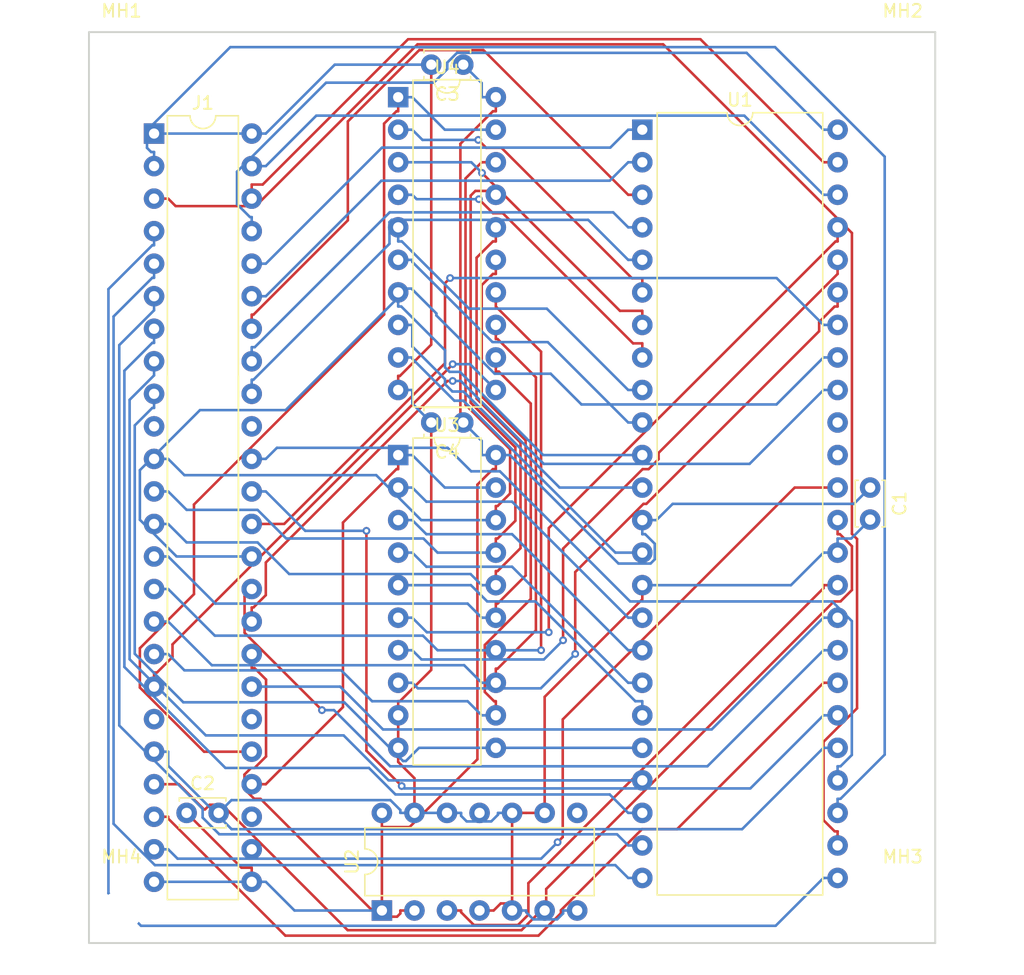
<source format=kicad_pcb>
(kicad_pcb (version 20211014) (generator pcbnew)
  (layers (0 "F.Cu" signal) (31 "B.Cu" signal) (34 "B.Paste" user) (35 "F.Paste" user) (36 "B.SilkS" user "B.Silkscreen") (37 "F.SilkS" user "F.Silkscreen") (38 "B.Mask" user) (39 "F.Mask" user) (44 "Edge.Cuts" user))
  (net 0 "")
  (net 1 "VCC")
  (net 2 "GND")
  (net 3 "/P46")
  (net 4 "/P34")
  (net 5 "/P35")
  (net 6 "/P36")
  (net 7 "Net-(U2-Pad11)")
  (net 8 "Net-(U2-Pad8)")
  (net 9 "/P33")
  (net 10 "/P32")
  (net 11 "/P31")
  (net 12 "/P30")
  (net 13 "/P55")
  (net 14 "/P37")
  (net 15 "/P54")
  (net 16 "Net-(U1-Pad45)")
  (net 17 "Net-(U1-Pad44)")
  (net 18 "Net-(U1-Pad43)")
  (net 19 "Net-(U1-Pad19)")
  (net 20 "Net-(U1-Pad18)")
  (net 21 "Net-(U1-Pad17)")
  (net 22 "Net-(U1-Pad16)")
  (net 23 "Net-(U1-Pad14)")
  (net 24 "Net-(U1-Pad12)")
  (net 25 "Net-(U1-Pad11)")
  (net 26 "Net-(U1-Pad34)")
  (net 27 "Net-(U1-Pad10)")
  (net 28 "Net-(U1-Pad9)")
  (net 29 "Net-(U1-Pad8)")
  (net 30 "Net-(U1-Pad7)")
  (net 31 "Net-(U1-Pad6)")
  (net 32 "Net-(U2-Pad6)")
  (net 33 "Net-(U3-Pad11)")
  (net 34 "/P50")
  (net 35 "/P53")
  (net 36 "Net-(J1-Pad30)")
  (net 37 "/P51")
  (net 38 "/P52")
  (net 39 "Net-(J1-Pad27)")
  (net 40 "/P47")
  (net 41 "Net-(J1-Pad26)")
  (net 42 "Net-(J1-Pad19)")
  (net 43 "/P20")
  (net 44 "/P21")
  (net 45 "/P22")
  (net 46 "/P23")
  (net 47 "/P24")
  (net 48 "/P25")
  (net 49 "Net-(J1-Pad10)")
  (net 50 "/P26")
  (net 51 "/P17")
  (net 52 "/P27")
  (net 53 "/P16")
  (net 54 "Net-(J1-Pad39)")
  (net 55 "/P15")
  (net 56 "/P40")
  (net 57 "/P14")
  (net 58 "/P41")
  (net 59 "/P13")
  (net 60 "/P42")
  (net 61 "/P12")
  (net 62 "/P43")
  (net 63 "/P11")
  (net 64 "/P44")
  (net 65 "/P10")
  (net 66 "/P45")
  (net 67 "Net-(U1-Pad39)")
  (net 68 "Net-(U1-Pad38)")
  (footprint "MountingHole:MountingHole_3.2mm_M3" (layer "F.Cu") (at 101 70)
    (fp_text reference "MH1")
    (fp_text value "MountingHole_3.2mm_M3")
  )
  (footprint "MountingHole:MountingHole_3.2mm_M3" (layer "F.Cu") (at 161.96 70)
    (fp_text reference "MH2")
    (fp_text value "MountingHole_3.2mm_M3")
  )
  (footprint "MountingHole:MountingHole_3.2mm_M3" (layer "F.Cu") (at 161.96 136.04)
    (fp_text reference "MH3")
    (fp_text value "MountingHole_3.2mm_M3")
  )
  (footprint "MountingHole:MountingHole_3.2mm_M3" (layer "F.Cu") (at 101 136.04)
    (fp_text reference "MH4")
    (fp_text value "MountingHole_3.2mm_M3")
  )
  (footprint "Capacitor_THT:C_Disc_D3.4mm_W2.1mm_P2.50mm" (layer "F.Cu") (at 159.42 103.02 -90)
    (fp_text reference "C1")
    (fp_text value "0.1u")
  )
  (footprint "Capacitor_THT:C_Disc_D3.4mm_W2.1mm_P2.50mm" (layer "F.Cu") (at 127.67 70 180)
    (fp_text reference "C3")
    (fp_text value "0.1u")
  )
  (footprint "Package_DIP:DIP-14_W7.62mm" (layer "F.Cu") (at 121.32 136.04 90)
    (fp_text reference "U2")
    (fp_text value "74HCT126")
  )
  (footprint "Package_DIP:DIP-20_W7.62mm" (layer "F.Cu") (at 122.59 72.54)
    (fp_text reference "U4")
    (fp_text value "74HCT541")
  )
  (footprint "Package_DIP:DIP-20_W7.62mm" (layer "F.Cu") (at 122.59 100.48)
    (fp_text reference "U3")
    (fp_text value "74HCT541")
  )
  (footprint "Capacitor_THT:C_Disc_D3.4mm_W2.1mm_P2.50mm" (layer "F.Cu") (at 127.67 97.94 180)
    (fp_text reference "C4")
    (fp_text value "0.1u")
  )
  (footprint "Capacitor_THT:C_Disc_D3.4mm_W2.1mm_P2.50mm" (layer "F.Cu") (at 106.08 128.42)
    (fp_text reference "C2")
    (fp_text value "0.1u")
  )
  (footprint "0-LocalLibrary:DIP-48_W7.62mm" (layer "F.Cu") (at 103.54 75.38)
    (fp_text reference "J1")
    (fp_text value "BionicConnector")
  )
  (footprint "Package_DIP:DIP-48_W15.24mm" (layer "F.Cu") (at 141.64 75.08)
    (fp_text reference "U1")
    (fp_text value "MC68008P")
  )
  (gr_line (start 98.46 138.58) (end 98.46 67.46) (layer "Edge.Cuts") (width 0.15))
  (gr_line (start 164.5 67.46) (end 164.5 138.58) (layer "Edge.Cuts") (width 0.15))
  (gr_line (start 98.46 67.46) (end 164.5 67.46) (layer "Edge.Cuts") (width 0.15))
  (gr_line (start 164.5 138.58) (end 98.46 138.58) (layer "Edge.Cuts") (width 0.15))
  (segment (start 130.21 73.6403) (end 129.982 73.6403) (width 0.2) (layer "F.Cu") (net 1))
  (segment (start 111.16 132.6997) (end 110.3597 132.6997) (width 0.2) (layer "F.Cu") (net 1))
  (segment (start 129.982 101.5803) (end 130.21 101.5803) (width 0.2) (layer "F.Cu") (net 1))
  (segment (start 121.32 129.528) (end 123.4765 129.528) (width 0.2) (layer "F.Cu") (net 1))
  (segment (start 111.16 133.8) (end 111.16 132.6997) (width 0.2) (layer "F.Cu") (net 1))
  (segment (start 127.4445 97.7145) (end 127.67 97.94) (width 0.2) (layer "F.Cu") (net 1))
  (segment (start 110.3597 132.6997) (end 106.08 128.42) (width 0.2) (layer "F.Cu") (net 1))
  (segment (start 129.982 73.6403) (end 127.4445 76.1778) (width 0.2) (layer "F.Cu") (net 1))
  (segment (start 121.32 136.04) (end 121.32 129.528) (width 0.2) (layer "F.Cu") (net 1))
  (segment (start 128.7723 124.2322) (end 128.7723 102.79) (width 0.2) (layer "F.Cu") (net 1))
  (segment (start 128.7723 102.79) (end 129.982 101.5803) (width 0.2) (layer "F.Cu") (net 1))
  (segment (start 121.32 129.528) (end 121.32 128.42) (width 0.2) (layer "F.Cu") (net 1))
  (segment (start 130.21 72.54) (end 130.21 73.6403) (width 0.2) (layer "F.Cu") (net 1))
  (segment (start 130.21 100.48) (end 130.21 101.5803) (width 0.2) (layer "F.Cu") (net 1))
  (segment (start 127.4445 76.1778) (end 127.4445 97.7145) (width 0.2) (layer "F.Cu") (net 1))
  (segment (start 123.4765 129.528) (end 128.7723 124.2322) (width 0.2) (layer "F.Cu") (net 1))
  (segment (start 144.0103 104.29) (end 142.7403 105.56) (width 0.2) (layer "B.Cu") (net 1))
  (segment (start 129.6599 100.48) (end 129.1097 100.48) (width 0.2) (layer "B.Cu") (net 1))
  (segment (start 121.32 136.04) (end 114.5003 136.04) (width 0.2) (layer "B.Cu") (net 1))
  (segment (start 158.15 104.29) (end 144.0103 104.29) (width 0.2) (layer "B.Cu") (net 1))
  (segment (start 130.21 72.54) (end 129.1097 72.54) (width 0.2) (layer "B.Cu") (net 1))
  (segment (start 111.16 133.8) (end 103.54 133.8) (width 0.2) (layer "B.Cu") (net 1))
  (segment (start 141.64 105.56) (end 141.64 106.6603) (width 0.2) (layer "B.Cu") (net 1))
  (segment (start 139.7835 108.9532) (end 142.2836 108.9532) (width 0.2) (layer "B.Cu") (net 1))
  (segment (start 129.1097 99.3797) (end 127.67 97.94) (width 0.2) (layer "B.Cu") (net 1))
  (segment (start 142.2836 108.9532) (end 142.6131 108.6237) (width 0.2) (layer "B.Cu") (net 1))
  (segment (start 141.64 105.56) (end 142.7403 105.56) (width 0.2) (layer "B.Cu") (net 1))
  (segment (start 129.6599 100.48) (end 130.21 100.48) (width 0.2) (layer "B.Cu") (net 1))
  (segment (start 142.6131 107.4054) (end 141.868 106.6603) (width 0.2) (layer "B.Cu") (net 1))
  (segment (start 130.21 100.48) (end 131.3103 100.48) (width 0.2) (layer "B.Cu") (net 1))
  (segment (start 142.6131 108.6237) (end 142.6131 107.4054) (width 0.2) (layer "B.Cu") (net 1))
  (segment (start 141.868 106.6603) (end 141.64 106.6603) (width 0.2) (layer "B.Cu") (net 1))
  (segment (start 129.1097 71.4397) (end 127.67 70) (width 0.2) (layer "B.Cu") (net 1))
  (segment (start 129.1097 72.54) (end 129.1097 71.4397) (width 0.2) (layer "B.Cu") (net 1))
  (segment (start 159.42 103.02) (end 158.15 104.29) (width 0.2) (layer "B.Cu") (net 1))
  (segment (start 131.3103 100.48) (end 139.7835 108.9532) (width 0.2) (layer "B.Cu") (net 1))
  (segment (start 129.1097 100.48) (end 129.1097 99.3797) (width 0.2) (layer "B.Cu") (net 1))
  (segment (start 111.16 133.8) (end 112.2603 133.8) (width 0.2) (layer "B.Cu") (net 1))
  (segment (start 114.5003 136.04) (end 112.2603 133.8) (width 0.2) (layer "B.Cu") (net 1))
  (segment (start 131.48 135.4898) (end 131.48 134.9397) (width 0.2) (layer "F.Cu") (net 2))
  (segment (start 134.02 128.42) (end 132.5803 128.42) (width 0.2) (layer "F.Cu") (net 2))
  (segment (start 131.48 128.42) (end 131.48 129.5203) (width 0.2) (layer "F.Cu") (net 2))
  (segment (start 141.64 111.7403) (end 134.02 119.3603) (width 0.2) (layer "F.Cu") (net 2))
  (segment (start 122.59 94.2997) (end 122.7275 94.2997) (width 0.2) (layer "F.Cu") (net 2))
  (segment (start 122.7275 119.6997) (end 125.17 117.2572) (width 0.2) (layer "F.Cu") (net 2))
  (segment (start 122.59 119.6997) (end 122.7275 119.6997) (width 0.2) (layer "F.Cu") (net 2))
  (segment (start 131.48 136.04) (end 131.48 135.4898) (width 0.2) (layer "F.Cu") (net 2))
  (segment (start 123.86 128.42) (end 123.86 125.7103) (width 0.2) (layer "F.Cu") (net 2))
  (segment (start 131.48 135.4898) (end 130.5905 135.4898) (width 0.2) (layer "F.Cu") (net 2))
  (segment (start 141.64 110.64) (end 141.64 111.7403) (width 0.2) (layer "F.Cu") (net 2))
  (segment (start 131.48 128.42) (end 132.5803 128.42) (width 0.2) (layer "F.Cu") (net 2))
  (segment (start 122.59 120.8) (end 122.59 119.6997) (width 0.2) (layer "F.Cu") (net 2))
  (segment (start 123.86 125.7103) (end 122.59 124.4403) (width 0.2) (layer "F.Cu") (net 2))
  (segment (start 122.59 123.34) (end 122.59 120.8) (width 0.2) (layer "F.Cu") (net 2))
  (segment (start 131.48 129.5203) (end 131.48 134.9397) (width 0.2) (layer "F.Cu") (net 2))
  (segment (start 122.7275 94.2997) (end 125.17 91.8572) (width 0.2) (layer "F.Cu") (net 2))
  (segment (start 134.02 119.3603) (end 134.02 128.42) (width 0.2) (layer "F.Cu") (net 2))
  (segment (start 125.17 91.8572) (end 125.17 70) (width 0.2) (layer "F.Cu") (net 2))
  (segment (start 128.94 136.04) (end 130.0403 136.04) (width 0.2) (layer "F.Cu") (net 2))
  (segment (start 122.59 95.4) (end 122.59 94.2997) (width 0.2) (layer "F.Cu") (net 2))
  (segment (start 130.5905 135.4898) (end 130.0403 136.04) (width 0.2) (layer "F.Cu") (net 2))
  (segment (start 122.59 123.34) (end 122.59 124.4403) (width 0.2) (layer "F.Cu") (net 2))
  (segment (start 125.17 117.2572) (end 125.17 97.94) (width 0.2) (layer "F.Cu") (net 2))
  (segment (start 122.59 95.4) (end 123.6903 95.4) (width 0.2) (layer "B.Cu") (net 2))
  (segment (start 109.5772 127.4228) (end 108.58 128.42) (width 0.2) (layer "B.Cu") (net 2))
  (segment (start 153.2397 110.64) (end 155.7797 108.1) (width 0.2) (layer "B.Cu") (net 2))
  (segment (start 156.88 108.1) (end 156.88 106.9997) (width 0.2) (layer "B.Cu") (net 2))
  (segment (start 112.2603 75.38) (end 117.6403 70) (width 0.2) (layer "B.Cu") (net 2))
  (segment (start 157.9403 106.9997) (end 156.88 106.9997) (width 0.2) (layer "B.Cu") (net 2))
  (segment (start 131.48 128.42) (end 130.3797 128.42) (width 0.2) (layer "B.Cu") (net 2))
  (segment (start 126.4 128.42) (end 127.5003 128.42) (width 0.2) (layer "B.Cu") (net 2))
  (segment (start 131.48 136.04) (end 132.5803 136.04) (width 0.2) (layer "B.Cu") (net 2))
  (segment (start 103.54 75.38) (end 111.16 75.38) (width 0.2) (layer "B.Cu") (net 2))
  (segment (start 129.8525 129.0847) (end 127.937 129.0847) (width 0.2) (layer "B.Cu") (net 2))
  (segment (start 132.5803 136.1775) (end 133.1357 136.7329) (width 0.2) (layer "B.Cu") (net 2))
  (segment (start 122.7597 128.42) (end 122.7597 128.1964) (width 0.2) (layer "B.Cu") (net 2))
  (segment (start 141.64 110.64) (end 153.2397 110.64) (width 0.2) (layer "B.Cu") (net 2))
  (segment (start 134.9948 136.7329) (end 135.4597 136.268) (width 0.2) (layer "B.Cu") (net 2))
  (segment (start 123.6903 96.4603) (end 123.6903 95.4) (width 0.2) (layer "B.Cu") (net 2))
  (segment (start 111.16 75.38) (end 112.2603 75.38) (width 0.2) (layer "B.Cu") (net 2))
  (segment (start 159.42 105.52) (end 157.9403 106.9997) (width 0.2) (layer "B.Cu") (net 2))
  (segment (start 125.17 97.94) (end 123.6903 96.4603) (width 0.2) (layer "B.Cu") (net 2))
  (segment (start 122.7597 128.1964) (end 121.9861 127.4228) (width 0.2) (layer "B.Cu") (net 2))
  (segment (start 123.86 128.42) (end 122.7597 128.42) (width 0.2) (layer "B.Cu") (net 2))
  (segment (start 121.9861 127.4228) (end 109.5772 127.4228) (width 0.2) (layer "B.Cu") (net 2))
  (segment (start 126.4 128.42) (end 123.86 128.42) (width 0.2) (layer "B.Cu") (net 2))
  (segment (start 156.88 108.1) (end 155.7797 108.1) (width 0.2) (layer "B.Cu") (net 2))
  (segment (start 136.56 136.04) (end 135.4597 136.04) (width 0.2) (layer "B.Cu") (net 2))
  (segment (start 132.5803 136.04) (end 132.5803 136.1775) (width 0.2) (layer "B.Cu") (net 2))
  (segment (start 135.4597 136.268) (end 135.4597 136.04) (width 0.2) (layer "B.Cu") (net 2))
  (segment (start 117.6403 70) (end 125.17 70) (width 0.2) (layer "B.Cu") (net 2))
  (segment (start 127.937 129.0847) (end 127.5003 128.648) (width 0.2) (layer "B.Cu") (net 2))
  (segment (start 130.3797 128.5575) (end 129.8525 129.0847) (width 0.2) (layer "B.Cu") (net 2))
  (segment (start 127.5003 128.648) (end 127.5003 128.42) (width 0.2) (layer "B.Cu") (net 2))
  (segment (start 130.3797 128.42) (end 130.3797 128.5575) (width 0.2) (layer "B.Cu") (net 2))
  (segment (start 133.1357 136.7329) (end 134.9948 136.7329) (width 0.2) (layer "B.Cu") (net 2))
  (segment (start 122.7597 136.268) (end 122.5063 136.5214) (width 0.2) (layer "F.Cu") (net 3))
  (segment (start 122.5063 136.5214) (end 121.0465 136.5214) (width 0.2) (layer "F.Cu") (net 3))
  (segment (start 111.388 117.1203) (end 111.16 117.1203) (width 0.2) (layer "F.Cu") (net 3))
  (segment (start 112.2793 118.0116) (end 111.388 117.1203) (width 0.2) (layer "F.Cu") (net 3))
  (segment (start 111.356 127.3196) (end 110.5954 126.559) (width 0.2) (layer "F.Cu") (net 3))
  (segment (start 110.5954 125.425) (end 111.1104 124.91) (width 0.2) (layer "F.Cu") (net 3))
  (segment (start 110.5954 126.559) (end 110.5954 125.425) (width 0.2) (layer "F.Cu") (net 3))
  (segment (start 123.86 136.04) (end 122.7597 136.04) (width 0.2) (layer "F.Cu") (net 3))
  (segment (start 121.0465 136.5214) (end 111.8447 127.3196) (width 0.2) (layer "F.Cu") (net 3))
  (segment (start 111.16 116.02) (end 111.16 117.1203) (width 0.2) (layer "F.Cu") (net 3))
  (segment (start 111.8447 127.3196) (end 111.356 127.3196) (width 0.2) (layer "F.Cu") (net 3))
  (segment (start 111.1104 124.91) (end 111.3827 124.91) (width 0.2) (layer "F.Cu") (net 3))
  (segment (start 111.3827 124.91) (end 112.2793 124.0134) (width 0.2) (layer "F.Cu") (net 3))
  (segment (start 122.7597 136.04) (end 122.7597 136.268) (width 0.2) (layer "F.Cu") (net 3))
  (segment (start 112.2793 124.0134) (end 112.2793 118.0116) (width 0.2) (layer "F.Cu") (net 3))
  (segment (start 130.21 87.78) (end 130.21 88.8803) (width 0.2) (layer "F.Cu") (net 4))
  (segment (start 130.21 88.8803) (end 133.7411 92.4114) (width 0.2) (layer "F.Cu") (net 4))
  (segment (start 133.7411 92.4114) (end 133.7411 115.72) (width 0.2) (layer "F.Cu") (net 4))
  (via (at 133.7411 115.72) (size 0.6) (drill 0.3) (layers "F.Cu" "B.Cu") (net 4))
  (segment (start 130.21 115.72) (end 133.7411 115.72) (width 0.2) (layer "B.Cu") (net 4))
  (segment (start 103.54 110.94) (end 104.6403 110.94) (width 0.2) (layer "B.Cu") (net 4))
  (segment (start 104.6403 110.94) (end 108.2808 114.5805) (width 0.2) (layer "B.Cu") (net 4))
  (segment (start 108.2808 114.5805) (end 124.5245 114.5805) (width 0.2) (layer "B.Cu") (net 4))
  (segment (start 124.5245 114.5805) (end 125.664 115.72) (width 0.2) (layer "B.Cu") (net 4))
  (segment (start 125.664 115.72) (end 130.21 115.72) (width 0.2) (layer "B.Cu") (net 4))
  (segment (start 130.21 117.1597) (end 130.3475 117.1597) (width 0.2) (layer "F.Cu") (net 5))
  (segment (start 133.3369 114.1703) (end 133.3369 94.4097) (width 0.2) (layer "F.Cu") (net 5))
  (segment (start 130.21 118.26) (end 130.21 117.1597) (width 0.2) (layer "F.Cu") (net 5))
  (segment (start 130.21 90.32) (end 130.21 91.4203) (width 0.2) (layer "F.Cu") (net 5))
  (segment (start 130.3475 91.4203) (end 130.21 91.4203) (width 0.2) (layer "F.Cu") (net 5))
  (segment (start 130.3475 117.1597) (end 133.3369 114.1703) (width 0.2) (layer "F.Cu") (net 5))
  (segment (start 133.3369 94.4097) (end 130.3475 91.4203) (width 0.2) (layer "F.Cu") (net 5))
  (segment (start 103.54 113.48) (end 104.6403 113.48) (width 0.2) (layer "B.Cu") (net 5))
  (segment (start 129.1097 118.26) (end 127.7393 116.8896) (width 0.2) (layer "B.Cu") (net 5))
  (segment (start 108.0499 116.8896) (end 104.6403 113.48) (width 0.2) (layer "B.Cu") (net 5))
  (segment (start 130.21 118.26) (end 129.1097 118.26) (width 0.2) (layer "B.Cu") (net 5))
  (segment (start 127.7393 116.8896) (end 108.0499 116.8896) (width 0.2) (layer "B.Cu") (net 5))
  (segment (start 130.21 92.86) (end 130.21 93.9603) (width 0.2) (layer "F.Cu") (net 6))
  (segment (start 129.3472 115.3088) (end 132.9366 111.7194) (width 0.2) (layer "F.Cu") (net 6))
  (segment (start 130.0725 119.6997) (end 129.3472 118.9744) (width 0.2) (layer "F.Cu") (net 6))
  (segment (start 129.3472 118.9744) (end 129.3472 115.3088) (width 0.2) (layer "F.Cu") (net 6))
  (segment (start 132.9366 111.7194) (end 132.9366 96.4589) (width 0.2) (layer "F.Cu") (net 6))
  (segment (start 132.9366 96.4589) (end 130.438 93.9603) (width 0.2) (layer "F.Cu") (net 6))
  (segment (start 130.438 93.9603) (end 130.21 93.9603) (width 0.2) (layer "F.Cu") (net 6))
  (segment (start 130.21 120.8) (end 130.21 119.6997) (width 0.2) (layer "F.Cu") (net 6))
  (segment (start 130.21 119.6997) (end 130.0725 119.6997) (width 0.2) (layer "F.Cu") (net 6))
  (segment (start 120.5549 119.6997) (end 128.0094 119.6997) (width 0.2) (layer "B.Cu") (net 6))
  (segment (start 105.9103 117.29) (end 118.1452 117.29) (width 0.2) (layer "B.Cu") (net 6))
  (segment (start 103.54 116.02) (end 104.6403 116.02) (width 0.2) (layer "B.Cu") (net 6))
  (segment (start 118.1452 117.29) (end 120.5549 119.6997) (width 0.2) (layer "B.Cu") (net 6))
  (segment (start 128.0094 119.6997) (end 129.1097 120.8) (width 0.2) (layer "B.Cu") (net 6))
  (segment (start 104.6403 116.02) (end 105.9103 117.29) (width 0.2) (layer "B.Cu") (net 6))
  (segment (start 130.21 120.8) (end 129.1097 120.8) (width 0.2) (layer "B.Cu") (net 6))
  (segment (start 130.3477 112.0797) (end 132.5363 109.8911) (width 0.2) (layer "F.Cu") (net 9))
  (segment (start 129.1085 87.2138) (end 129.982 86.3403) (width 0.2) (layer "F.Cu") (net 9))
  (segment (start 132.5363 99.3341) (end 129.1085 95.9063) (width 0.2) (layer "F.Cu") (net 9))
  (segment (start 130.21 85.24) (end 130.21 86.3403) (width 0.2) (layer "F.Cu") (net 9))
  (segment (start 130.21 112.0797) (end 130.3477 112.0797) (width 0.2) (layer "F.Cu") (net 9))
  (segment (start 129.982 86.3403) (end 130.21 86.3403) (width 0.2) (layer "F.Cu") (net 9))
  (segment (start 132.5363 109.8911) (end 132.5363 99.3341) (width 0.2) (layer "F.Cu") (net 9))
  (segment (start 129.1085 95.9063) (end 129.1085 87.2138) (width 0.2) (layer "F.Cu") (net 9))
  (segment (start 130.21 113.18) (end 130.21 112.0797) (width 0.2) (layer "F.Cu") (net 9))
  (segment (start 130.21 113.18) (end 129.1097 113.18) (width 0.2) (layer "B.Cu") (net 9))
  (segment (start 129.1097 113.18) (end 128.0094 112.0797) (width 0.2) (layer "B.Cu") (net 9))
  (segment (start 103.54 108.4) (end 104.6403 108.4) (width 0.2) (layer "B.Cu") (net 9))
  (segment (start 108.32 112.0797) (end 104.6403 108.4) (width 0.2) (layer "B.Cu") (net 9))
  (segment (start 128.0094 112.0797) (end 108.32 112.0797) (width 0.2) (layer "B.Cu") (net 9))
  (segment (start 130.21 82.7) (end 130.21 83.8003) (width 0.2) (layer "F.Cu") (net 10))
  (segment (start 129.982 83.8003) (end 130.21 83.8003) (width 0.2) (layer "F.Cu") (net 10))
  (segment (start 132.136 107.7514) (end 132.136 99.5) (width 0.2) (layer "F.Cu") (net 10))
  (segment (start 132.136 99.5) (end 128.7082 96.0722) (width 0.2) (layer "F.Cu") (net 10))
  (segment (start 130.21 110.64) (end 130.21 109.5397) (width 0.2) (layer "F.Cu") (net 10))
  (segment (start 128.7082 85.0741) (end 129.982 83.8003) (width 0.2) (layer "F.Cu") (net 10))
  (segment (start 128.7082 96.0722) (end 128.7082 85.0741) (width 0.2) (layer "F.Cu") (net 10))
  (segment (start 130.21 109.5397) (end 130.3477 109.5397) (width 0.2) (layer "F.Cu") (net 10))
  (segment (start 130.3477 109.5397) (end 132.136 107.7514) (width 0.2) (layer "F.Cu") (net 10))
  (segment (start 111.616 107.2997) (end 106.08 107.2997) (width 0.2) (layer "B.Cu") (net 10))
  (segment (start 129.1097 110.64) (end 128.2399 109.7702) (width 0.2) (layer "B.Cu") (net 10))
  (segment (start 114.0865 109.7702) (end 111.616 107.2997) (width 0.2) (layer "B.Cu") (net 10))
  (segment (start 128.2399 109.7702) (end 114.0865 109.7702) (width 0.2) (layer "B.Cu") (net 10))
  (segment (start 130.21 110.64) (end 129.1097 110.64) (width 0.2) (layer "B.Cu") (net 10))
  (segment (start 103.54 105.86) (end 104.6403 105.86) (width 0.2) (layer "B.Cu") (net 10))
  (segment (start 106.08 107.2997) (end 104.6403 105.86) (width 0.2) (layer "B.Cu") (net 10))
  (segment (start 128.2451 80.2269) (end 128.6142 79.8578) (width 0.2) (layer "F.Cu") (net 11))
  (segment (start 131.7357 105.6117) (end 131.7357 99.8781) (width 0.2) (layer "F.Cu") (net 11))
  (segment (start 129.9078 79.8578) (end 130.21 80.16) (width 0.2) (layer "F.Cu") (net 11))
  (segment (start 131.7357 99.8781) (end 128.2451 96.3875) (width 0.2) (layer "F.Cu") (net 11))
  (segment (start 130.21 106.9997) (end 130.3477 106.9997) (width 0.2) (layer "F.Cu") (net 11))
  (segment (start 130.3477 106.9997) (end 131.7357 105.6117) (width 0.2) (layer "F.Cu") (net 11))
  (segment (start 128.2451 96.3875) (end 128.2451 80.2269) (width 0.2) (layer "F.Cu") (net 11))
  (segment (start 130.21 108.1) (end 130.21 106.9997) (width 0.2) (layer "F.Cu") (net 11))
  (segment (start 128.6142 79.8578) (end 129.9078 79.8578) (width 0.2) (layer "F.Cu") (net 11))
  (segment (start 124.5596 106.9956) (end 125.664 108.1) (width 0.2) (layer "B.Cu") (net 11))
  (segment (start 106.08 104.7597) (end 111.6158 104.7597) (width 0.2) (layer "B.Cu") (net 11))
  (segment (start 125.664 108.1) (end 130.21 108.1) (width 0.2) (layer "B.Cu") (net 11))
  (segment (start 104.6403 103.32) (end 106.08 104.7597) (width 0.2) (layer "B.Cu") (net 11))
  (segment (start 113.8517 106.9956) (end 124.5596 106.9956) (width 0.2) (layer "B.Cu") (net 11))
  (segment (start 111.6158 104.7597) (end 113.8517 106.9956) (width 0.2) (layer "B.Cu") (net 11))
  (segment (start 103.54 103.32) (end 104.6403 103.32) (width 0.2) (layer "B.Cu") (net 11))
  (segment (start 131.3236 100.0321) (end 131.3236 103.4836) (width 0.2) (layer "F.Cu") (net 12))
  (segment (start 131.3236 103.4836) (end 130.3475 104.4597) (width 0.2) (layer "F.Cu") (net 12))
  (segment (start 130.21 77.62) (end 129.1097 77.62) (width 0.2) (layer "F.Cu") (net 12))
  (segment (start 127.8448 78.8849) (end 127.8448 96.5533) (width 0.2) (layer "F.Cu") (net 12))
  (segment (start 127.8448 96.5533) (end 131.3236 100.0321) (width 0.2) (layer "F.Cu") (net 12))
  (segment (start 130.21 105.56) (end 130.21 104.4597) (width 0.2) (layer "F.Cu") (net 12))
  (segment (start 130.3475 104.4597) (end 130.21 104.4597) (width 0.2) (layer "F.Cu") (net 12))
  (segment (start 129.1097 77.62) (end 127.8448 78.8849) (width 0.2) (layer "F.Cu") (net 12))
  (segment (start 120.8802 102.05) (end 105.9103 102.05) (width 0.2) (layer "B.Cu") (net 12))
  (segment (start 130.21 105.56) (end 124.3902 105.56) (width 0.2) (layer "B.Cu") (net 12))
  (segment (start 124.3902 105.56) (end 120.8802 102.05) (width 0.2) (layer "B.Cu") (net 12))
  (segment (start 103.54 100.78) (end 104.6403 100.78) (width 0.2) (layer "B.Cu") (net 12))
  (segment (start 105.9103 102.05) (end 104.6403 100.78) (width 0.2) (layer "B.Cu") (net 12))
  (segment (start 118.2806 120.1597) (end 112.2603 126.18) (width 0.2) (layer "F.Cu") (net 13))
  (segment (start 118.2806 105.7522) (end 118.2806 120.1597) (width 0.2) (layer "F.Cu") (net 13))
  (segment (start 122.4525 101.5803) (end 118.2806 105.7522) (width 0.2) (layer "F.Cu") (net 13))
  (segment (start 111.16 126.18) (end 112.2603 126.18) (width 0.2) (layer "F.Cu") (net 13))
  (segment (start 122.59 100.48) (end 122.59 101.5803) (width 0.2) (layer "F.Cu") (net 13))
  (segment (start 122.59 101.5803) (end 122.4525 101.5803) (width 0.2) (layer "F.Cu") (net 13))
  (segment (start 126.2303 103.02) (end 130.21 103.02) (width 0.2) (layer "B.Cu") (net 13))
  (segment (start 123.6903 100.48) (end 126.2303 103.02) (width 0.2) (layer "B.Cu") (net 13))
  (segment (start 122.59 100.48) (end 123.6903 100.48) (width 0.2) (layer "B.Cu") (net 13))
  (segment (start 103.768 117.4597) (end 104.9796 116.2481) (width 0.2) (layer "F.Cu") (net 14))
  (segment (start 104.9796 116.2481) (end 104.9796 115.2613) (width 0.2) (layer "F.Cu") (net 14))
  (segment (start 103.54 117.4597) (end 103.768 117.4597) (width 0.2) (layer "F.Cu") (net 14))
  (segment (start 103.54 118.56) (end 103.54 117.4597) (width 0.2) (layer "F.Cu") (net 14))
  (segment (start 126.8441 93.3968) (end 126.8441 93.3835) (width 0.2) (layer "F.Cu") (net 14))
  (segment (start 104.9796 115.2613) (end 126.8441 93.3968) (width 0.2) (layer "F.Cu") (net 14))
  (via (at 126.8441 93.3835) (size 0.6) (drill 0.3) (layers "F.Cu" "B.Cu") (net 14))
  (segment (start 130.21 95.4) (end 128.1935 93.3835) (width 0.2) (layer "B.Cu") (net 14))
  (segment (start 128.1935 93.3835) (end 126.8441 93.3835) (width 0.2) (layer "B.Cu") (net 14))
  (segment (start 106.6547 104.3428) (end 106.6547 111.3417) (width 0.2) (layer "F.Cu") (net 15))
  (segment (start 102.4321 115.5643) (end 102.4321 118.6329) (width 0.2) (layer "F.Cu") (net 15))
  (segment (start 121.4897 74.6029) (end 121.4897 89.5078) (width 0.2) (layer "F.Cu") (net 15))
  (segment (start 122.59 72.54) (end 122.59 73.6403) (width 0.2) (layer "F.Cu") (net 15))
  (segment (start 122.59 73.6403) (end 122.4523 73.6403) (width 0.2) (layer "F.Cu") (net 15))
  (segment (start 102.4321 118.6329) (end 107.4392 123.64) (width 0.2) (layer "F.Cu") (net 15))
  (segment (start 111.16 123.64) (end 110.0597 123.64) (width 0.2) (layer "F.Cu") (net 15))
  (segment (start 107.4392 123.64) (end 110.0597 123.64) (width 0.2) (layer "F.Cu") (net 15))
  (segment (start 122.4523 73.6403) (end 121.4897 74.6029) (width 0.2) (layer "F.Cu") (net 15))
  (segment (start 106.6547 111.3417) (end 102.4321 115.5643) (width 0.2) (layer "F.Cu") (net 15))
  (segment (start 121.4897 89.5078) (end 106.6547 104.3428) (width 0.2) (layer "F.Cu") (net 15))
  (segment (start 122.59 72.54) (end 123.6903 72.54) (width 0.2) (layer "B.Cu") (net 15))
  (segment (start 126.2303 75.08) (end 130.21 75.08) (width 0.2) (layer "B.Cu") (net 15))
  (segment (start 123.6903 72.54) (end 126.2303 75.08) (width 0.2) (layer "B.Cu") (net 15))
  (segment (start 134.3414 106.1811) (end 134.3414 114.3161) (width 0.2) (layer "F.Cu") (net 16))
  (segment (start 156.88 82.7) (end 156.88 83.8003) (width 0.2) (layer "F.Cu") (net 16))
  (segment (start 156.7222 83.8003) (end 134.3414 106.1811) (width 0.2) (layer "F.Cu") (net 16))
  (segment (start 156.88 83.8003) (end 156.7222 83.8003) (width 0.2) (layer "F.Cu") (net 16))
  (via (at 134.3414 114.3161) (size 0.6) (drill 0.3) (layers "F.Cu" "B.Cu") (net 16))
  (segment (start 122.59 113.18) (end 123.6903 113.18) (width 0.2) (layer "B.Cu") (net 16))
  (segment (start 123.6903 113.18) (end 124.8264 114.3161) (width 0.2) (layer "B.Cu") (net 16))
  (segment (start 124.8264 114.3161) (end 134.3414 114.3161) (width 0.2) (layer "B.Cu") (net 16))
  (segment (start 142.91 100.8005) (end 142.91 100.3103) (width 0.2) (layer "F.Cu") (net 17))
  (segment (start 141.6634 101.5804) (end 142.1301 101.5804) (width 0.2) (layer "F.Cu") (net 17))
  (segment (start 142.91 100.3103) (end 156.88 86.3403) (width 0.2) (layer "F.Cu") (net 17))
  (segment (start 156.88 85.24) (end 156.88 86.3403) (width 0.2) (layer "F.Cu") (net 17))
  (segment (start 135.4587 107.7851) (end 141.6634 101.5804) (width 0.2) (layer "F.Cu") (net 17))
  (segment (start 135.4587 114.9421) (end 135.4587 107.7851) (width 0.2) (layer "F.Cu") (net 17))
  (segment (start 142.1301 101.5804) (end 142.91 100.8005) (width 0.2) (layer "F.Cu") (net 17))
  (via (at 135.4587 114.9421) (size 0.6) (drill 0.3) (layers "F.Cu" "B.Cu") (net 17))
  (segment (start 135.4587 114.9421) (end 133.9589 116.4419) (width 0.2) (layer "B.Cu") (net 17))
  (segment (start 122.59 115.72) (end 123.6903 115.72) (width 0.2) (layer "B.Cu") (net 17))
  (segment (start 124.4122 116.4419) (end 123.6903 115.72) (width 0.2) (layer "B.Cu") (net 17))
  (segment (start 133.9589 116.4419) (end 124.4122 116.4419) (width 0.2) (layer "B.Cu") (net 17))
  (segment (start 136.4051 116.0085) (end 136.4051 109.6178) (width 0.2) (layer "F.Cu") (net 18))
  (segment (start 155.4404 90.0919) (end 156.652 88.8803) (width 0.2) (layer "F.Cu") (net 18))
  (segment (start 136.4051 109.6178) (end 141.7329 104.29) (width 0.2) (layer "F.Cu") (net 18))
  (segment (start 156.88 87.78) (end 156.88 88.8803) (width 0.2) (layer "F.Cu") (net 18))
  (segment (start 156.652 88.8803) (end 156.88 88.8803) (width 0.2) (layer "F.Cu") (net 18))
  (segment (start 141.7329 104.29) (end 141.9604 104.29) (width 0.2) (layer "F.Cu") (net 18))
  (segment (start 155.4404 90.81) (end 155.4404 90.0919) (width 0.2) (layer "F.Cu") (net 18))
  (segment (start 141.9604 104.29) (end 155.4404 90.81) (width 0.2) (layer "F.Cu") (net 18))
  (via (at 136.4051 116.0085) (size 0.6) (drill 0.3) (layers "F.Cu" "B.Cu") (net 18))
  (segment (start 133.7187 118.6949) (end 136.4051 116.0085) (width 0.2) (layer "B.Cu") (net 18))
  (segment (start 123.6903 118.26) (end 124.1252 118.6949) (width 0.2) (layer "B.Cu") (net 18))
  (segment (start 122.59 118.26) (end 123.6903 118.26) (width 0.2) (layer "B.Cu") (net 18))
  (segment (start 124.1252 118.6949) (end 133.7187 118.6949) (width 0.2) (layer "B.Cu") (net 18))
  (segment (start 128.2682 110.64) (end 123.6903 110.64) (width 0.2) (layer "B.Cu") (net 19))
  (segment (start 141.64 119.6997) (end 141.0954 119.6997) (width 0.2) (layer "B.Cu") (net 19))
  (segment (start 122.59 110.64) (end 123.6903 110.64) (width 0.2) (layer "B.Cu") (net 19))
  (segment (start 129.5382 111.91) (end 128.2682 110.64) (width 0.2) (layer "B.Cu") (net 19))
  (segment (start 141.64 120.8) (end 141.64 119.6997) (width 0.2) (layer "B.Cu") (net 19))
  (segment (start 141.0954 119.6997) (end 133.3057 111.91) (width 0.2) (layer "B.Cu") (net 19))
  (segment (start 133.3057 111.91) (end 129.5382 111.91) (width 0.2) (layer "B.Cu") (net 19))
  (segment (start 122.59 108.1) (end 123.6903 108.1) (width 0.2) (layer "B.Cu") (net 20))
  (segment (start 140.5397 118.26) (end 131.48 109.2003) (width 0.2) (layer "B.Cu") (net 20))
  (segment (start 124.7906 109.2003) (end 123.6903 108.1) (width 0.2) (layer "B.Cu") (net 20))
  (segment (start 141.64 118.26) (end 140.5397 118.26) (width 0.2) (layer "B.Cu") (net 20))
  (segment (start 131.48 109.2003) (end 124.7906 109.2003) (width 0.2) (layer "B.Cu") (net 20))
  (segment (start 131.48 106.6603) (end 124.7906 106.6603) (width 0.2) (layer "B.Cu") (net 21))
  (segment (start 122.59 105.56) (end 123.6903 105.56) (width 0.2) (layer "B.Cu") (net 21))
  (segment (start 140.5397 115.72) (end 131.48 106.6603) (width 0.2) (layer "B.Cu") (net 21))
  (segment (start 124.7906 106.6603) (end 123.6903 105.56) (width 0.2) (layer "B.Cu") (net 21))
  (segment (start 141.64 115.72) (end 140.5397 115.72) (width 0.2) (layer "B.Cu") (net 21))
  (segment (start 131.48 104.1203) (end 140.5397 113.18) (width 0.2) (layer "B.Cu") (net 22))
  (segment (start 141.64 113.18) (end 140.5397 113.18) (width 0.2) (layer "B.Cu") (net 22))
  (segment (start 122.59 103.02) (end 123.6903 103.02) (width 0.2) (layer "B.Cu") (net 22))
  (segment (start 124.7906 104.1203) (end 131.48 104.1203) (width 0.2) (layer "B.Cu") (net 22))
  (segment (start 123.6903 103.02) (end 124.7906 104.1203) (width 0.2) (layer "B.Cu") (net 22))
  (segment (start 123.6903 92.86) (end 123.6903 92.9563) (width 0.2) (layer "B.Cu") (net 23))
  (segment (start 126.9726 96.2386) (end 127.6793 96.2386) (width 0.2) (layer "B.Cu") (net 23))
  (segment (start 122.59 92.86) (end 123.6903 92.86) (width 0.2) (layer "B.Cu") (net 23))
  (segment (start 139.5407 108.1) (end 141.64 108.1) (width 0.2) (layer "B.Cu") (net 23))
  (segment (start 127.6793 96.2386) (end 139.5407 108.1) (width 0.2) (layer "B.Cu") (net 23))
  (segment (start 123.6903 92.9563) (end 126.9726 96.2386) (width 0.2) (layer "B.Cu") (net 23))
  (segment (start 126.8207 95.5206) (end 127.6868 95.5206) (width 0.2) (layer "B.Cu") (net 24))
  (segment (start 127.6868 95.5206) (end 135.1862 103.02) (width 0.2) (layer "B.Cu") (net 24))
  (segment (start 123.6903 92.002) (end 126.2438 94.5555) (width 0.2) (layer "B.Cu") (net 24))
  (segment (start 141.64 103.02) (end 140.5397 103.02) (width 0.2) (layer "B.Cu") (net 24))
  (segment (start 126.2438 94.9437) (end 126.8207 95.5206) (width 0.2) (layer "B.Cu") (net 24))
  (segment (start 135.1862 103.02) (end 140.5397 103.02) (width 0.2) (layer "B.Cu") (net 24))
  (segment (start 123.6903 90.32) (end 123.6903 92.002) (width 0.2) (layer "B.Cu") (net 24))
  (segment (start 122.59 90.32) (end 123.6903 90.32) (width 0.2) (layer "B.Cu") (net 24))
  (segment (start 126.2438 94.5555) (end 126.2438 94.9437) (width 0.2) (layer "B.Cu") (net 24))
  (segment (start 133.9067 100.48) (end 141.64 100.48) (width 0.2) (layer "B.Cu") (net 25))
  (segment (start 122.59 87.78) (end 122.59 88.8803) (width 0.2) (layer "B.Cu") (net 25))
  (segment (start 126.5955 93.9838) (end 127.4105 93.9838) (width 0.2) (layer "B.Cu") (net 25))
  (segment (start 122.8294 88.8803) (end 126.2438 92.2947) (width 0.2) (layer "B.Cu") (net 25))
  (segment (start 122.59 88.8803) (end 122.8294 88.8803) (width 0.2) (layer "B.Cu") (net 25))
  (segment (start 126.2438 93.6321) (end 126.5955 93.9838) (width 0.2) (layer "B.Cu") (net 25))
  (segment (start 127.4105 93.9838) (end 133.9067 100.48) (width 0.2) (layer "B.Cu") (net 25))
  (segment (start 126.2438 92.2947) (end 126.2438 93.6321) (width 0.2) (layer "B.Cu") (net 25))
  (segment (start 156.88 110.64) (end 155.7797 110.64) (width 0.2) (layer "F.Cu") (net 26))
  (segment (start 127.5003 136.04) (end 127.5003 136.1775) (width 0.2) (layer "F.Cu") (net 26))
  (segment (start 132.75 136.3629) (end 132.75 133.9027) (width 0.2) (layer "F.Cu") (net 26))
  (segment (start 126.4 136.04) (end 127.5003 136.04) (width 0.2) (layer "F.Cu") (net 26))
  (segment (start 155.7797 110.873) (end 155.7797 110.64) (width 0.2) (layer "F.Cu") (net 26))
  (segment (start 127.5003 136.1775) (end 128.4985 137.1757) (width 0.2) (layer "F.Cu") (net 26))
  (segment (start 131.9372 137.1757) (end 132.75 136.3629) (width 0.2) (layer "F.Cu") (net 26))
  (segment (start 132.75 133.9027) (end 155.7797 110.873) (width 0.2) (layer "F.Cu") (net 26))
  (segment (start 128.4985 137.1757) (end 131.9372 137.1757) (width 0.2) (layer "F.Cu") (net 26))
  (segment (start 134.2609 91.6612) (end 140.5397 97.94) (width 0.2) (layer "B.Cu") (net 27))
  (segment (start 123.6903 85.3981) (end 129.9534 91.6612) (width 0.2) (layer "B.Cu") (net 27))
  (segment (start 141.64 97.94) (end 140.5397 97.94) (width 0.2) (layer "B.Cu") (net 27))
  (segment (start 122.59 85.24) (end 123.6903 85.24) (width 0.2) (layer "B.Cu") (net 27))
  (segment (start 123.6903 85.24) (end 123.6903 85.3981) (width 0.2) (layer "B.Cu") (net 27))
  (segment (start 129.9534 91.6612) (end 134.2609 91.6612) (width 0.2) (layer "B.Cu") (net 27))
  (segment (start 122.59 83.8003) (end 122.8764 83.8003) (width 0.2) (layer "B.Cu") (net 28))
  (segment (start 128.1261 89.05) (end 134.1897 89.05) (width 0.2) (layer "B.Cu") (net 28))
  (segment (start 134.1897 89.05) (end 140.5397 95.4) (width 0.2) (layer "B.Cu") (net 28))
  (segment (start 122.59 82.7) (end 122.59 83.8003) (width 0.2) (layer "B.Cu") (net 28))
  (segment (start 122.8764 83.8003) (end 128.1261 89.05) (width 0.2) (layer "B.Cu") (net 28))
  (segment (start 141.64 95.4) (end 140.5397 95.4) (width 0.2) (layer "B.Cu") (net 28))
  (segment (start 141.64 91.7597) (end 140.9186 91.7597) (width 0.2) (layer "F.Cu") (net 29))
  (segment (start 130.7585 81.5996) (end 129.9865 81.5996) (width 0.2) (layer "F.Cu") (net 29))
  (segment (start 129.9865 81.5996) (end 128.8896 80.5027) (width 0.2) (layer "F.Cu") (net 29))
  (segment (start 140.9186 91.7597) (end 130.7585 81.5996) (width 0.2) (layer "F.Cu") (net 29))
  (segment (start 141.64 92.86) (end 141.64 91.7597) (width 0.2) (layer "F.Cu") (net 29))
  (via (at 128.8896 80.5027) (size 0.6) (drill 0.3) (layers "F.Cu" "B.Cu") (net 29))
  (segment (start 124.033 80.5027) (end 128.8896 80.5027) (width 0.2) (layer "B.Cu") (net 29))
  (segment (start 122.59 80.16) (end 123.6903 80.16) (width 0.2) (layer "B.Cu") (net 29))
  (segment (start 123.6903 80.16) (end 124.033 80.5027) (width 0.2) (layer "B.Cu") (net 29))
  (segment (start 129.1305 78.4534) (end 139.8968 89.2197) (width 0.2) (layer "F.Cu") (net 30))
  (segment (start 139.8968 89.2197) (end 141.64 89.2197) (width 0.2) (layer "F.Cu") (net 30))
  (segment (start 141.64 90.32) (end 141.64 89.2197) (width 0.2) (layer "F.Cu") (net 30))
  (via (at 129.1305 78.4534) (size 0.6) (drill 0.3) (layers "F.Cu" "B.Cu") (net 30))
  (segment (start 122.59 77.62) (end 128.2971 77.62) (width 0.2) (layer "B.Cu") (net 30))
  (segment (start 128.2971 77.62) (end 129.1305 78.4534) (width 0.2) (layer "B.Cu") (net 30))
  (segment (start 140.8375 86.6797) (end 130.6494 76.4916) (width 0.2) (layer "F.Cu") (net 31))
  (segment (start 141.64 87.78) (end 141.64 86.6797) (width 0.2) (layer "F.Cu") (net 31))
  (segment (start 129.4534 76.4916) (end 128.8377 75.8759) (width 0.2) (layer "F.Cu") (net 31))
  (segment (start 141.64 86.6797) (end 140.8375 86.6797) (width 0.2) (layer "F.Cu") (net 31))
  (segment (start 130.6494 76.4916) (end 129.4534 76.4916) (width 0.2) (layer "F.Cu") (net 31))
  (via (at 128.8377 75.8759) (size 0.6) (drill 0.3) (layers "F.Cu" "B.Cu") (net 31))
  (segment (start 123.6903 75.08) (end 124.4862 75.8759) (width 0.2) (layer "B.Cu") (net 31))
  (segment (start 124.4862 75.8759) (end 128.8377 75.8759) (width 0.2) (layer "B.Cu") (net 31))
  (segment (start 122.59 75.08) (end 123.6903 75.08) (width 0.2) (layer "B.Cu") (net 31))
  (segment (start 104.6403 123.64) (end 104.6403 124.7403) (width 0.2) (layer "B.Cu") (net 34))
  (segment (start 109.59 129.69) (end 149.4297 129.69) (width 0.2) (layer "B.Cu") (net 34))
  (segment (start 156.88 123.34) (end 155.7797 123.34) (width 0.2) (layer "B.Cu") (net 34))
  (segment (start 149.4297 129.69) (end 155.7797 123.34) (width 0.2) (layer "B.Cu") (net 34))
  (segment (start 103.54 123.64) (end 104.6403 123.64) (width 0.2) (layer "B.Cu") (net 34))
  (segment (start 104.6403 124.7403) (end 109.59 129.69) (width 0.2) (layer "B.Cu") (net 34))
  (segment (start 153.5327 103.02) (end 135.4317 121.121) (width 0.2) (layer "F.Cu") (net 35))
  (segment (start 156.88 103.02) (end 155.7797 103.02) (width 0.2) (layer "F.Cu") (net 35))
  (segment (start 135.4317 130.3062) (end 135.0302 130.7077) (width 0.2) (layer "F.Cu") (net 35))
  (segment (start 135.4317 121.121) (end 135.4317 130.3062) (width 0.2) (layer "F.Cu") (net 35))
  (segment (start 155.7797 103.02) (end 153.5327 103.02) (width 0.2) (layer "F.Cu") (net 35))
  (via (at 135.0302 130.7077) (size 0.6) (drill 0.3) (layers "F.Cu" "B.Cu") (net 35))
  (segment (start 104.6403 131.26) (end 105.3734 131.9931) (width 0.2) (layer "B.Cu") (net 35))
  (segment (start 105.3734 131.9931) (end 133.7448 131.9931) (width 0.2) (layer "B.Cu") (net 35))
  (segment (start 133.7448 131.9931) (end 135.0302 130.7077) (width 0.2) (layer "B.Cu") (net 35))
  (segment (start 103.54 131.26) (end 104.6403 131.26) (width 0.2) (layer "B.Cu") (net 35))
  (segment (start 107.4384 128.1475) (end 105.4709 126.18) (width 0.2) (layer "F.Cu") (net 37))
  (segment (start 156.88 105.56) (end 156.88 106.6603) (width 0.2) (layer "F.Cu") (net 37))
  (segment (start 157.998 107.595) (end 157.998 111.0163) (width 0.2) (layer "F.Cu") (net 37))
  (segment (start 134.1408 135.6471) (end 132.2118 137.5761) (width 0.2) (layer "F.Cu") (net 37))
  (segment (start 107.521 128.1475) (end 107.4384 128.1475) (width 0.2) (layer "F.Cu") (net 37))
  (segment (start 156.88 106.6603) (end 157.0633 106.6603) (width 0.2) (layer "F.Cu") (net 37))
  (segment (start 107.8853 127.7832) (end 107.521 128.1475) (width 0.2) (layer "F.Cu") (net 37))
  (segment (start 132.2118 137.5761) (end 118.6473 137.5761) (width 0.2) (layer "F.Cu") (net 37))
  (segment (start 156.5936 111.91) (end 156.5936 111.9101) (width 0.2) (layer "F.Cu") (net 37))
  (segment (start 157.0633 106.6603) (end 157.998 107.595) (width 0.2) (layer "F.Cu") (net 37))
  (segment (start 134.1408 134.3629) (end 134.1408 135.6471) (width 0.2) (layer "F.Cu") (net 37))
  (segment (start 118.6473 137.5761) (end 108.8544 127.7832) (width 0.2) (layer "F.Cu") (net 37))
  (segment (start 156.5936 111.9101) (end 134.1408 134.3629) (width 0.2) (layer "F.Cu") (net 37))
  (segment (start 108.8544 127.7832) (end 107.8853 127.7832) (width 0.2) (layer "F.Cu") (net 37))
  (segment (start 157.998 111.0163) (end 157.1043 111.91) (width 0.2) (layer "F.Cu") (net 37))
  (segment (start 105.4709 126.18) (end 103.54 126.18) (width 0.2) (layer "F.Cu") (net 37))
  (segment (start 157.1043 111.91) (end 156.5936 111.91) (width 0.2) (layer "F.Cu") (net 37))
  (segment (start 156.88 118.26) (end 155.7797 118.26) (width 0.2) (layer "F.Cu") (net 38))
  (segment (start 103.54 128.72) (end 104.6403 128.72) (width 0.2) (layer "F.Cu") (net 38))
  (segment (start 104.6403 128.8575) (end 113.7842 138.0014) (width 0.2) (layer "F.Cu") (net 38))
  (segment (start 141.6196 129.69) (end 144.3497 129.69) (width 0.2) (layer "F.Cu") (net 38))
  (segment (start 135.29 136.2499) (end 135.29 136.0196) (width 0.2) (layer "F.Cu") (net 38))
  (segment (start 113.7842 138.0014) (end 133.5385 138.0014) (width 0.2) (layer "F.Cu") (net 38))
  (segment (start 144.3497 129.69) (end 155.7797 118.26) (width 0.2) (layer "F.Cu") (net 38))
  (segment (start 133.5385 138.0014) (end 135.29 136.2499) (width 0.2) (layer "F.Cu") (net 38))
  (segment (start 135.29 136.0196) (end 141.6196 129.69) (width 0.2) (layer "F.Cu") (net 38))
  (segment (start 104.6403 128.72) (end 104.6403 128.8575) (width 0.2) (layer "F.Cu") (net 38))
  (segment (start 147.0542 121.9055) (end 155.7797 113.18) (width 0.2) (layer "B.Cu") (net 40))
  (segment (start 121.4058 121.9055) (end 147.0542 121.9055) (width 0.2) (layer "B.Cu") (net 40))
  (segment (start 156.88 113.18) (end 155.7797 113.18) (width 0.2) (layer "B.Cu") (net 40))
  (segment (start 118.0603 118.56) (end 121.4058 121.9055) (width 0.2) (layer "B.Cu") (net 40))
  (segment (start 111.16 118.56) (end 118.0603 118.56) (width 0.2) (layer "B.Cu") (net 40))
  (segment (start 156.88 80.16) (end 155.7797 80.16) (width 0.2) (layer "B.Cu") (net 43))
  (segment (start 112.2603 77.92) (end 116.2006 73.9797) (width 0.2) (layer "B.Cu") (net 43))
  (segment (start 149.5994 73.9797) (end 155.7797 80.16) (width 0.2) (layer "B.Cu") (net 43))
  (segment (start 111.16 77.92) (end 112.2603 77.92) (width 0.2) (layer "B.Cu") (net 43))
  (segment (start 116.2006 73.9797) (end 149.5994 73.9797) (width 0.2) (layer "B.Cu") (net 43))
  (segment (start 111.16 80.46) (end 111.16 79.3597) (width 0.2) (layer "F.Cu") (net 44))
  (segment (start 146.1731 68.0134) (end 123.3647 68.0134) (width 0.2) (layer "F.Cu") (net 44))
  (segment (start 123.3647 68.0134) (end 112.0184 79.3597) (width 0.2) (layer "F.Cu") (net 44))
  (segment (start 112.0184 79.3597) (end 111.16 79.3597) (width 0.2) (layer "F.Cu") (net 44))
  (segment (start 155.7797 77.62) (end 146.1731 68.0134) (width 0.2) (layer "F.Cu") (net 44))
  (segment (start 156.88 77.62) (end 155.7797 77.62) (width 0.2) (layer "F.Cu") (net 44))
  (segment (start 125.3629 71.4062) (end 126.42 70.3491) (width 0.2) (layer "B.Cu") (net 45))
  (segment (start 111.16 81.8997) (end 111.0225 81.8997) (width 0.2) (layer "B.Cu") (net 45))
  (segment (start 110.012 78.3585) (end 116.9643 71.4062) (width 0.2) (layer "B.Cu") (net 45))
  (segment (start 126.42 69.8383) (end 127.1788 69.0795) (width 0.2) (layer "B.Cu") (net 45))
  (segment (start 126.42 70.3491) (end 126.42 69.8383) (width 0.2) (layer "B.Cu") (net 45))
  (segment (start 127.1788 69.0795) (end 149.7792 69.0795) (width 0.2) (layer "B.Cu") (net 45))
  (segment (start 111.16 83) (end 111.16 81.8997) (width 0.2) (layer "B.Cu") (net 45))
  (segment (start 116.9643 71.4062) (end 125.3629 71.4062) (width 0.2) (layer "B.Cu") (net 45))
  (segment (start 110.012 80.8892) (end 110.012 78.3585) (width 0.2) (layer "B.Cu") (net 45))
  (segment (start 149.7792 69.0795) (end 155.7797 75.08) (width 0.2) (layer "B.Cu") (net 45))
  (segment (start 111.0225 81.8997) (end 110.012 80.8892) (width 0.2) (layer "B.Cu") (net 45))
  (segment (start 156.88 75.08) (end 155.7797 75.08) (width 0.2) (layer "B.Cu") (net 45))
  (segment (start 139.1433 76.4764) (end 140.5397 75.08) (width 0.2) (layer "B.Cu") (net 46))
  (segment (start 111.16 85.54) (end 112.2603 85.54) (width 0.2) (layer "B.Cu") (net 46))
  (segment (start 141.64 75.08) (end 140.5397 75.08) (width 0.2) (layer "B.Cu") (net 46))
  (segment (start 121.3239 76.4764) (end 139.1433 76.4764) (width 0.2) (layer "B.Cu") (net 46))
  (segment (start 112.2603 85.54) (end 121.3239 76.4764) (width 0.2) (layer "B.Cu") (net 46))
  (segment (start 121.2807 79.0596) (end 139.1001 79.0596) (width 0.2) (layer "B.Cu") (net 47))
  (segment (start 112.2603 88.08) (end 121.2807 79.0596) (width 0.2) (layer "B.Cu") (net 47))
  (segment (start 141.64 77.62) (end 140.5397 77.62) (width 0.2) (layer "B.Cu") (net 47))
  (segment (start 111.16 88.08) (end 112.2603 88.08) (width 0.2) (layer "B.Cu") (net 47))
  (segment (start 139.1001 79.0596) (end 140.5397 77.62) (width 0.2) (layer "B.Cu") (net 47))
  (segment (start 141.64 80.16) (end 140.5397 80.16) (width 0.2) (layer "F.Cu") (net 48))
  (segment (start 129.2409 68.8612) (end 124.2359 68.8612) (width 0.2) (layer "F.Cu") (net 48))
  (segment (start 111.16 90.62) (end 111.16 89.5197) (width 0.2) (layer "F.Cu") (net 48))
  (segment (start 140.5397 80.16) (end 129.2409 68.8612) (width 0.2) (layer "F.Cu") (net 48))
  (segment (start 118.6621 82.1553) (end 111.2977 89.5197) (width 0.2) (layer "F.Cu") (net 48))
  (segment (start 124.2359 68.8612) (end 118.6621 74.435) (width 0.2) (layer "F.Cu") (net 48))
  (segment (start 111.2977 89.5197) (end 111.16 89.5197) (width 0.2) (layer "F.Cu") (net 48))
  (segment (start 118.6621 74.435) (end 118.6621 82.1553) (width 0.2) (layer "F.Cu") (net 48))
  (segment (start 139.37 81.5303) (end 140.5397 82.7) (width 0.2) (layer "B.Cu") (net 50))
  (segment (start 121.9244 81.5303) (end 139.37 81.5303) (width 0.2) (layer "B.Cu") (net 50))
  (segment (start 111.395 92.0597) (end 121.9244 81.5303) (width 0.2) (layer "B.Cu") (net 50))
  (segment (start 141.64 82.7) (end 140.5397 82.7) (width 0.2) (layer "B.Cu") (net 50))
  (segment (start 111.16 93.16) (end 111.16 92.0597) (width 0.2) (layer "B.Cu") (net 50))
  (segment (start 111.16 92.0597) (end 111.395 92.0597) (width 0.2) (layer "B.Cu") (net 50))
  (segment (start 103.54 95.7) (end 103.54 96.8003) (width 0.2) (layer "B.Cu") (net 51))
  (segment (start 124.2192 123.34) (end 141.64 123.34) (width 0.2) (layer "B.Cu") (net 51))
  (segment (start 118.3856 119.7844) (end 122.9703 124.3691) (width 0.2) (layer "B.Cu") (net 51))
  (segment (start 123.1901 124.3691) (end 124.2192 123.34) (width 0.2) (layer "B.Cu") (net 51))
  (segment (start 103.4025 96.8003) (end 102.0328 98.17) (width 0.2) (layer "B.Cu") (net 51))
  (segment (start 103.54 96.8003) (end 103.4025 96.8003) (width 0.2) (layer "B.Cu") (net 51))
  (segment (start 102.0328 115.9938) (end 105.8234 119.7844) (width 0.2) (layer "B.Cu") (net 51))
  (segment (start 102.0328 98.17) (end 102.0328 115.9938) (width 0.2) (layer "B.Cu") (net 51))
  (segment (start 105.8234 119.7844) (end 118.3856 119.7844) (width 0.2) (layer "B.Cu") (net 51))
  (segment (start 122.9703 124.3691) (end 123.1901 124.3691) (width 0.2) (layer "B.Cu") (net 51))
  (segment (start 121.9094 83.988) (end 121.9094 82.2895) (width 0.2) (layer "B.Cu") (net 52))
  (segment (start 111.16 94.5997) (end 111.2977 94.5997) (width 0.2) (layer "B.Cu") (net 52))
  (segment (start 111.16 95.7) (end 111.16 94.5997) (width 0.2) (layer "B.Cu") (net 52))
  (segment (start 137.4176 82.1179) (end 140.5397 85.24) (width 0.2) (layer "B.Cu") (net 52))
  (segment (start 141.64 85.24) (end 140.5397 85.24) (width 0.2) (layer "B.Cu") (net 52))
  (segment (start 122.081 82.1179) (end 137.4176 82.1179) (width 0.2) (layer "B.Cu") (net 52))
  (segment (start 121.9094 82.2895) (end 122.081 82.1179) (width 0.2) (layer "B.Cu") (net 52))
  (segment (start 111.2977 94.5997) (end 121.9094 83.988) (width 0.2) (layer "B.Cu") (net 52))
  (segment (start 103.54 93.16) (end 103.54 94.2603) (width 0.2) (layer "B.Cu") (net 53))
  (segment (start 101.6325 96.1678) (end 103.54 94.2603) (width 0.2) (layer "B.Cu") (net 53))
  (segment (start 140.5397 125.88) (end 121.8455 125.88) (width 0.2) (layer "B.Cu") (net 53))
  (segment (start 101.6325 116.4218) (end 101.6325 96.1678) (width 0.2) (layer "B.Cu") (net 53))
  (segment (start 118.3355 122.37) (end 107.5807 122.37) (width 0.2) (layer "B.Cu") (net 53))
  (segment (start 107.5807 122.37) (end 101.6325 116.4218) (width 0.2) (layer "B.Cu") (net 53))
  (segment (start 141.64 125.88) (end 140.5397 125.88) (width 0.2) (layer "B.Cu") (net 53))
  (segment (start 121.8455 125.88) (end 118.3355 122.37) (width 0.2) (layer "B.Cu") (net 53))
  (segment (start 141.64 128.42) (end 140.5397 128.42) (width 0.2) (layer "B.Cu") (net 55))
  (segment (start 103.4025 91.7203) (end 101.2247 93.8981) (width 0.2) (layer "B.Cu") (net 55))
  (segment (start 101.2247 117.0267) (end 109.108 124.91) (width 0.2) (layer "B.Cu") (net 55))
  (segment (start 109.108 124.91) (end 120.3075 124.91) (width 0.2) (layer "B.Cu") (net 55))
  (segment (start 122.3779 126.9804) (end 139.1001 126.9804) (width 0.2) (layer "B.Cu") (net 55))
  (segment (start 103.54 91.7203) (end 103.4025 91.7203) (width 0.2) (layer "B.Cu") (net 55))
  (segment (start 101.2247 93.8981) (end 101.2247 117.0267) (width 0.2) (layer "B.Cu") (net 55))
  (segment (start 139.1001 126.9804) (end 140.5397 128.42) (width 0.2) (layer "B.Cu") (net 55))
  (segment (start 120.3075 124.91) (end 122.3779 126.9804) (width 0.2) (layer "B.Cu") (net 55))
  (segment (start 103.54 90.62) (end 103.54 91.7203) (width 0.2) (layer "B.Cu") (net 55))
  (segment (start 112.2603 100.78) (end 113.1259 99.9144) (width 0.2) (layer "B.Cu") (net 56))
  (segment (start 126.4498 99.9144) (end 128.2854 101.75) (width 0.2) (layer "B.Cu") (net 56))
  (segment (start 140.6896 111.91) (end 156.459 111.91) (width 0.2) (layer "B.Cu") (net 56))
  (segment (start 157.9908 113.4418) (end 157.9908 123.8969) (width 0.2) (layer "B.Cu") (net 56))
  (segment (start 157.9908 123.8969) (end 157.108 124.7797) (width 0.2) (layer "B.Cu") (net 56))
  (segment (start 157.108 124.7797) (end 156.88 124.7797) (width 0.2) (layer "B.Cu") (net 56))
  (segment (start 156.459 111.91) (end 157.9908 113.4418) (width 0.2) (layer "B.Cu") (net 56))
  (segment (start 128.2854 101.75) (end 130.5296 101.75) (width 0.2) (layer "B.Cu") (net 56))
  (segment (start 111.16 100.78) (end 112.2603 100.78) (width 0.2) (layer "B.Cu") (net 56))
  (segment (start 156.88 125.88) (end 156.88 124.7797) (width 0.2) (layer "B.Cu") (net 56))
  (segment (start 113.1259 99.9144) (end 126.4498 99.9144) (width 0.2) (layer "B.Cu") (net 56))
  (segment (start 130.5296 101.75) (end 140.6896 111.91) (width 0.2) (layer "B.Cu") (net 56))
  (segment (start 108.6319 130.0904) (end 107.33 128.7885) (width 0.2) (layer "B.Cu") (net 57))
  (segment (start 107.33 128.7885) (end 107.33 128.1007) (width 0.2) (layer "B.Cu") (net 57))
  (segment (start 141.64 130.96) (end 140.5397 130.96) (width 0.2) (layer "B.Cu") (net 57))
  (segment (start 100.8243 121.595) (end 100.8243 91.896) (width 0.2) (layer "B.Cu") (net 57))
  (segment (start 139.6701 130.0904) (end 108.6319 130.0904) (width 0.2) (layer "B.Cu") (net 57))
  (segment (start 107.33 128.1007) (end 100.8243 121.595) (width 0.2) (layer "B.Cu") (net 57))
  (segment (start 103.54 88.08) (end 103.54 89.1803) (width 0.2) (layer "B.Cu") (net 57))
  (segment (start 100.8243 91.896) (end 103.54 89.1803) (width 0.2) (layer "B.Cu") (net 57))
  (segment (start 140.5397 130.96) (end 139.6701 130.0904) (width 0.2) (layer "B.Cu") (net 57))
  (segment (start 120.1117 106.3953) (end 120.1117 123.5678) (width 0.2) (layer "F.Cu") (net 58))
  (segment (start 120.1117 123.5678) (end 122.8657 126.3218) (width 0.2) (layer "F.Cu") (net 58))
  (via (at 120.1117 106.3953) (size 0.6) (drill 0.3) (layers "F.Cu" "B.Cu") (net 58))
  (via (at 122.8657 126.3218) (size 0.6) (drill 0.3) (layers "F.Cu" "B.Cu") (net 58))
  (segment (start 115.3356 106.3953) (end 120.1117 106.3953) (width 0.2) (layer "B.Cu") (net 58))
  (segment (start 156.88 120.8) (end 155.7797 120.8) (width 0.2) (layer "B.Cu") (net 58))
  (segment (start 123.0549 126.511) (end 150.0687 126.511) (width 0.2) (layer "B.Cu") (net 58))
  (segment (start 111.16 103.32) (end 112.2603 103.32) (width 0.2) (layer "B.Cu") (net 58))
  (segment (start 150.0687 126.511) (end 155.7797 120.8) (width 0.2) (layer "B.Cu") (net 58))
  (segment (start 122.8657 126.3218) (end 123.0549 126.511) (width 0.2) (layer "B.Cu") (net 58))
  (segment (start 112.2603 103.32) (end 115.3356 106.3953) (width 0.2) (layer "B.Cu") (net 58))
  (segment (start 103.54 86.6403) (end 103.4025 86.6403) (width 0.2) (layer "B.Cu") (net 59))
  (segment (start 103.605 132.4982) (end 139.5379 132.4982) (width 0.2) (layer "B.Cu") (net 59))
  (segment (start 139.5379 132.4982) (end 140.5397 133.5) (width 0.2) (layer "B.Cu") (net 59))
  (segment (start 141.64 133.5) (end 140.5397 133.5) (width 0.2) (layer "B.Cu") (net 59))
  (segment (start 103.54 85.54) (end 103.54 86.6403) (width 0.2) (layer "B.Cu") (net 59))
  (segment (start 103.4025 86.6403) (end 100.3803 89.6625) (width 0.2) (layer "B.Cu") (net 59))
  (segment (start 100.3803 129.2735) (end 103.605 132.4982) (width 0.2) (layer "B.Cu") (net 59))
  (segment (start 100.3803 89.6625) (end 100.3803 129.2735) (width 0.2) (layer "B.Cu") (net 59))
  (segment (start 126.2438 87.0594) (end 126.2438 93.3106) (width 0.2) (layer "F.Cu") (net 60))
  (segment (start 126.2438 93.3106) (end 113.6944 105.86) (width 0.2) (layer "F.Cu") (net 60))
  (segment (start 126.6427 86.6605) (end 126.2438 87.0594) (width 0.2) (layer "F.Cu") (net 60))
  (segment (start 113.6944 105.86) (end 111.16 105.86) (width 0.2) (layer "F.Cu") (net 60))
  (via (at 126.6427 86.6605) (size 0.6) (drill 0.3) (layers "F.Cu" "B.Cu") (net 60))
  (segment (start 152.1202 86.6605) (end 126.6427 86.6605) (width 0.2) (layer "B.Cu") (net 60))
  (segment (start 156.88 90.32) (end 155.7797 90.32) (width 0.2) (layer "B.Cu") (net 60))
  (segment (start 155.7797 90.32) (end 152.1202 86.6605) (width 0.2) (layer "B.Cu") (net 60))
  (segment (start 103.54 84.1003) (end 103.4025 84.1003) (width 0.2) (layer "B.Cu") (net 61))
  (segment (start 152.0447 137.235) (end 155.7797 133.5) (width 0.2) (layer "B.Cu") (net 61))
  (segment (start 99.9799 134.6928) (end 102.5221 137.235) (width 0.2) (layer "B.Cu") (net 61))
  (segment (start 103.54 83) (end 103.54 84.1003) (width 0.2) (layer "B.Cu") (net 61))
  (segment (start 102.5221 137.235) (end 152.0447 137.235) (width 0.2) (layer "B.Cu") (net 61))
  (segment (start 99.9799 87.5229) (end 99.9799 134.6928) (width 0.2) (layer "B.Cu") (net 61))
  (segment (start 156.88 133.5) (end 155.7797 133.5) (width 0.2) (layer "B.Cu") (net 61))
  (segment (start 103.4025 84.1003) (end 99.9799 87.5229) (width 0.2) (layer "B.Cu") (net 61))
  (segment (start 156.88 92.86) (end 155.7797 92.86) (width 0.2) (layer "B.Cu") (net 62))
  (segment (start 102.4331 105.5332) (end 102.4331 101.6605) (width 0.2) (layer "B.Cu") (net 62))
  (segment (start 134.4931 94.13) (end 136.8917 96.5286) (width 0.2) (layer "B.Cu") (net 62))
  (segment (start 107.1236 96.97) (end 113.8055 96.97) (width 0.2) (layer "B.Cu") (net 62))
  (segment (start 123.6312 87.4857) (end 125.5726 89.4271) (width 0.2) (layer "B.Cu") (net 62))
  (segment (start 152.1111 96.5286) (end 155.7797 92.86) (width 0.2) (layer "B.Cu") (net 62))
  (segment (start 111.16 108.4) (end 105.2999 108.4) (width 0.2) (layer "B.Cu") (net 62))
  (segment (start 125.5726 89.5833) (end 130.1193 94.13) (width 0.2) (layer "B.Cu") (net 62))
  (segment (start 130.1193 94.13) (end 134.4931 94.13) (width 0.2) (layer "B.Cu") (net 62))
  (segment (start 113.8055 96.97) (end 123.2898 87.4857) (width 0.2) (layer "B.Cu") (net 62))
  (segment (start 102.4331 101.6605) (end 107.1236 96.97) (width 0.2) (layer "B.Cu") (net 62))
  (segment (start 125.5726 89.4271) (end 125.5726 89.5833) (width 0.2) (layer "B.Cu") (net 62))
  (segment (start 136.8917 96.5286) (end 152.1111 96.5286) (width 0.2) (layer "B.Cu") (net 62))
  (segment (start 123.2898 87.4857) (end 123.6312 87.4857) (width 0.2) (layer "B.Cu") (net 62))
  (segment (start 105.2999 108.4) (end 102.4331 105.5332) (width 0.2) (layer "B.Cu") (net 62))
  (segment (start 143.2683 68.4137) (end 124.0957 68.4137) (width 0.2) (layer "F.Cu") (net 63))
  (segment (start 111.4644 81.045) (end 105.2253 81.045) (width 0.2) (layer "F.Cu") (net 63))
  (segment (start 158.3984 120.2543) (end 158.3984 107.0339) (width 0.2) (layer "F.Cu") (net 63))
  (segment (start 157.9981 106.6336) (end 157.9981 83.1435) (width 0.2) (layer "F.Cu") (net 63))
  (segment (start 124.0957 68.4137) (end 111.4644 81.045) (width 0.2) (layer "F.Cu") (net 63))
  (segment (start 155.7795 122.8732) (end 158.3984 120.2543) (width 0.2) (layer "F.Cu") (net 63))
  (segment (start 105.2253 81.045) (end 104.6403 80.46) (width 0.2) (layer "F.Cu") (net 63))
  (segment (start 157.9981 83.1435) (end 143.2683 68.4137) (width 0.2) (layer "F.Cu") (net 63))
  (segment (start 155.7795 128.9872) (end 155.7795 122.8732) (width 0.2) (layer "F.Cu") (net 63))
  (segment (start 103.54 80.46) (end 104.6403 80.46) (width 0.2) (layer "F.Cu") (net 63))
  (segment (start 156.652 129.8597) (end 155.7795 128.9872) (width 0.2) (layer "F.Cu") (net 63))
  (segment (start 156.88 129.8597) (end 156.652 129.8597) (width 0.2) (layer "F.Cu") (net 63))
  (segment (start 158.3984 107.0339) (end 157.9981 106.6336) (width 0.2) (layer "F.Cu") (net 63))
  (segment (start 156.88 130.96) (end 156.88 129.8597) (width 0.2) (layer "F.Cu") (net 63))
  (segment (start 111.16 110.94) (end 110.603 111.497) (width 0.2) (layer "F.Cu") (net 64))
  (segment (start 110.603 111.497) (end 110.603 114.3565) (width 0.2) (layer "F.Cu") (net 64))
  (segment (start 110.603 114.3565) (end 116.6428 120.3963) (width 0.2) (layer "F.Cu") (net 64))
  (via (at 116.6428 120.3963) (size 0.6) (drill 0.3) (layers "F.Cu" "B.Cu") (net 64))
  (segment (start 121.9653 124.7793) (end 117.5823 120.3963) (width 0.2) (layer "B.Cu") (net 64))
  (segment (start 117.5823 120.3963) (end 116.6428 120.3963) (width 0.2) (layer "B.Cu") (net 64))
  (segment (start 146.7204 124.7793) (end 121.9653 124.7793) (width 0.2) (layer "B.Cu") (net 64))
  (segment (start 156.88 115.72) (end 155.7797 115.72) (width 0.2) (layer "B.Cu") (net 64))
  (segment (start 155.7797 115.72) (end 146.7204 124.7793) (width 0.2) (layer "B.Cu") (net 64))
  (segment (start 156.88 127.3197) (end 157.108 127.3197) (width 0.2) (layer "B.Cu") (net 65))
  (segment (start 102.9898 76.4976) (end 103.3119 76.8197) (width 0.2) (layer "B.Cu") (net 65))
  (segment (start 102.9898 75.1296) (end 102.9898 76.4976) (width 0.2) (layer "B.Cu") (net 65))
  (segment (start 156.88 128.42) (end 156.88 127.3197) (width 0.2) (layer "B.Cu") (net 65))
  (segment (start 152.0016 68.6316) (end 109.4878 68.6316) (width 0.2) (layer "B.Cu") (net 65))
  (segment (start 157.108 127.3197) (end 160.5563 123.8714) (width 0.2) (layer "B.Cu") (net 65))
  (segment (start 103.54 77.92) (end 103.54 76.8197) (width 0.2) (layer "B.Cu") (net 65))
  (segment (start 160.5563 123.8714) (end 160.5563 77.1863) (width 0.2) (layer "B.Cu") (net 65))
  (segment (start 160.5563 77.1863) (end 152.0016 68.6316) (width 0.2) (layer "B.Cu") (net 65))
  (segment (start 103.3119 76.8197) (end 103.54 76.8197) (width 0.2) (layer "B.Cu") (net 65))
  (segment (start 109.4878 68.6316) (end 102.9898 75.1296) (width 0.2) (layer "B.Cu") (net 65))
  (segment (start 111.16 113.48) (end 111.16 112.3797) (width 0.2) (layer "F.Cu") (net 66))
  (segment (start 112.2603 108.8729) (end 126.4381 94.6951) (width 0.2) (layer "F.Cu") (net 66))
  (segment (start 111.16 112.3797) (end 111.2977 112.3797) (width 0.2) (layer "F.Cu") (net 66))
  (segment (start 111.2977 112.3797) (end 112.2603 111.4171) (width 0.2) (layer "F.Cu") (net 66))
  (segment (start 126.4381 94.6951) (end 126.8441 94.6951) (width 0.2) (layer "F.Cu") (net 66))
  (segment (start 112.2603 111.4171) (end 112.2603 108.8729) (width 0.2) (layer "F.Cu") (net 66))
  (via (at 126.8441 94.6951) (size 0.6) (drill 0.3) (layers "F.Cu" "B.Cu") (net 66))
  (segment (start 127.476 94.6951) (end 126.8441 94.6951) (width 0.2) (layer "B.Cu") (net 66))
  (segment (start 156.88 95.4) (end 155.7797 95.4) (width 0.2) (layer "B.Cu") (net 66))
  (segment (start 150.0111 101.1686) (end 133.9495 101.1686) (width 0.2) (layer "B.Cu") (net 66))
  (segment (start 155.7797 95.4) (end 150.0111 101.1686) (width 0.2) (layer "B.Cu") (net 66))
  (segment (start 133.9495 101.1686) (end 127.476 94.6951) (width 0.2) (layer "B.Cu") (net 66))
)
</source>
